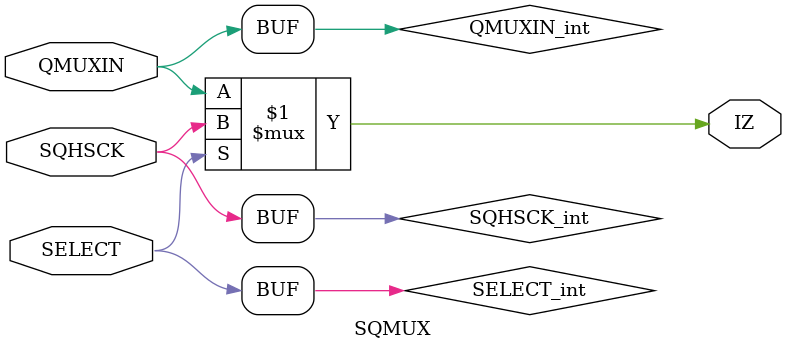
<source format=v>

`timescale 1ns/10ps

module SQMUX(QMUXIN, SQHSCK, SELECT, IZ);
input QMUXIN, SQHSCK,SELECT;
output IZ;

wire QMUXIN_int, SQHSCK_int, SELECT_int;

buf QMUXIN_buf (QMUXIN_int, QMUXIN) ;
buf SQHSCK_buf (SQHSCK_int, SQHSCK) ;
buf SELECT_buf (SELECT_int, SELECT) ;

assign IZ = SELECT_int ?  SQHSCK_int : QMUXIN_int;
specify
	if (SELECT == 1'b0)
   		(QMUXIN => IZ) = (0,0);
	if (SELECT == 1'b1)
   		(SQHSCK => IZ) = (0,0);
   //(SELECT => IZ) = (0,0);
endspecify

endmodule
</source>
